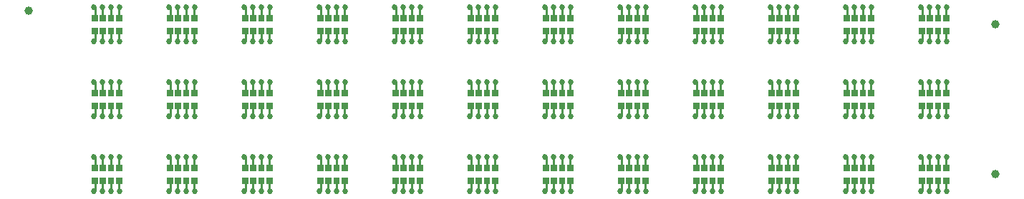
<source format=gbr>
G04 start of page 2 for group 0 idx 0 *
G04 Title: (unknown), top *
G04 Creator: pcb 4.0.2 *
G04 CreationDate: Thu Oct 28 15:19:50 2021 UTC *
G04 For: ndholmes *
G04 Format: Gerber/RS-274X *
G04 PCB-Dimensions (mil): 4900.00 1150.00 *
G04 PCB-Coordinate-Origin: lower left *
%MOIN*%
%FSLAX25Y25*%
%LNTOP*%
%ADD15C,0.0130*%
%ADD14C,0.0270*%
%ADD13C,0.0001*%
%ADD12C,0.0394*%
%ADD11C,0.0100*%
G54D11*X222000Y89508D02*Y84500D01*
Y100500D02*Y95492D01*
X225500Y89508D02*Y84500D01*
X229500Y89508D02*Y84500D01*
X233000Y89508D02*Y84500D01*
Y100500D02*Y95492D01*
X229500Y100500D02*Y95492D01*
X225500Y100500D02*Y95492D01*
X257000Y89508D02*Y84500D01*
Y100500D02*Y95492D01*
X260500Y89508D02*Y84500D01*
Y100500D02*Y95492D01*
X264500Y89508D02*Y84500D01*
Y100500D02*Y95492D01*
X268000Y89508D02*Y84500D01*
Y100500D02*Y95492D01*
X292000Y89508D02*Y84500D01*
X295500Y89508D02*Y84500D01*
X299500Y89508D02*Y84500D01*
X303000Y89508D02*Y84500D01*
Y100500D02*Y95492D01*
X299500Y100500D02*Y95492D01*
X295500Y100500D02*Y95492D01*
X292000Y100500D02*Y95492D01*
X327000Y89508D02*Y84500D01*
X330500Y89508D02*Y84500D01*
X334500Y89508D02*Y84500D01*
X338000Y89508D02*Y84500D01*
Y100500D02*Y95492D01*
X334500Y100500D02*Y95492D01*
X330500Y100500D02*Y95492D01*
X327000Y100500D02*Y95492D01*
X362000Y89508D02*Y84500D01*
X365500Y89508D02*Y84500D01*
X369500Y89508D02*Y84500D01*
X373000Y89508D02*Y84500D01*
Y100500D02*Y95492D01*
X369500Y100500D02*Y95492D01*
X365500Y100500D02*Y95492D01*
X362000Y100500D02*Y95492D01*
X397000Y89508D02*Y84500D01*
X400500Y89508D02*Y84500D01*
X404500Y89508D02*Y84500D01*
X408000Y89508D02*Y84500D01*
Y100500D02*Y95492D01*
X404500Y100500D02*Y95492D01*
X400500Y100500D02*Y95492D01*
X397000Y100500D02*Y95492D01*
X432000Y89508D02*Y84500D01*
X435500Y89508D02*Y84500D01*
X439500Y89508D02*Y84500D01*
X443000Y89508D02*Y84500D01*
Y100500D02*Y95492D01*
X439500Y100500D02*Y95492D01*
X435500Y100500D02*Y95492D01*
X432000Y100500D02*Y95492D01*
X82000Y89508D02*Y84500D01*
Y100500D02*Y95492D01*
X85500Y89508D02*Y84500D01*
Y100500D02*Y95492D01*
X89500Y89508D02*Y84500D01*
X93000Y89508D02*Y84500D01*
Y100500D02*Y95492D01*
X89500Y100500D02*Y95492D01*
X58000Y89508D02*Y84500D01*
Y100500D02*Y95492D01*
X54500Y100500D02*Y95492D01*
X50500Y100500D02*Y95492D01*
X47000Y89508D02*Y84500D01*
X50500Y89508D02*Y84500D01*
X54500Y89508D02*Y84500D01*
X47000Y100500D02*Y95492D01*
X82000Y54508D02*Y49500D01*
Y65500D02*Y60492D01*
X85500Y54508D02*Y49500D01*
Y65500D02*Y60492D01*
X89500Y54508D02*Y49500D01*
X93000Y54508D02*Y49500D01*
Y65500D02*Y60492D01*
X89500Y65500D02*Y60492D01*
X47000Y54508D02*Y49500D01*
Y65500D02*Y60492D01*
Y19508D02*Y14500D01*
Y30500D02*Y25492D01*
X50500Y54508D02*Y49500D01*
Y65500D02*Y60492D01*
X54500Y54508D02*Y49500D01*
X58000Y54508D02*Y49500D01*
Y65500D02*Y60492D01*
X54500Y65500D02*Y60492D01*
X50500Y19508D02*Y14500D01*
X54500Y19508D02*Y14500D01*
X58000Y19508D02*Y14500D01*
Y30500D02*Y25492D01*
X54500Y30500D02*Y25492D01*
X50500Y30500D02*Y25492D01*
X117000Y89508D02*Y84500D01*
X120500Y89508D02*Y84500D01*
X124500Y89508D02*Y84500D01*
X128000Y89508D02*Y84500D01*
X152000Y89508D02*Y84500D01*
X155500Y89508D02*Y84500D01*
X159500Y89508D02*Y84500D01*
X163000Y89508D02*Y84500D01*
X128000Y100500D02*Y95492D01*
X124500Y100500D02*Y95492D01*
X120500Y100500D02*Y95492D01*
X117000Y100500D02*Y95492D01*
X152000Y100500D02*Y95492D01*
X163000Y100500D02*Y95492D01*
X159500Y100500D02*Y95492D01*
X155500Y100500D02*Y95492D01*
X187000Y89508D02*Y84500D01*
X190500Y89508D02*Y84500D01*
X194500Y89508D02*Y84500D01*
X198000Y89508D02*Y84500D01*
Y100500D02*Y95492D01*
X194500Y100500D02*Y95492D01*
X190500Y100500D02*Y95492D01*
X187000Y100500D02*Y95492D01*
X117000Y54508D02*Y49500D01*
X120500Y54508D02*Y49500D01*
X124500Y54508D02*Y49500D01*
X128000Y54508D02*Y49500D01*
X152000Y54508D02*Y49500D01*
X155500Y54508D02*Y49500D01*
X159500Y54508D02*Y49500D01*
X163000Y54508D02*Y49500D01*
X128000Y65500D02*Y60492D01*
X124500Y65500D02*Y60492D01*
X120500Y65500D02*Y60492D01*
X117000Y65500D02*Y60492D01*
X152000Y65500D02*Y60492D01*
X163000Y65500D02*Y60492D01*
X159500Y65500D02*Y60492D01*
X155500Y65500D02*Y60492D01*
X187000Y54508D02*Y49500D01*
X190500Y54508D02*Y49500D01*
X194500Y54508D02*Y49500D01*
X198000Y54508D02*Y49500D01*
Y65500D02*Y60492D01*
X194500Y65500D02*Y60492D01*
X190500Y65500D02*Y60492D01*
X187000Y65500D02*Y60492D01*
X222000Y54508D02*Y49500D01*
Y65500D02*Y60492D01*
X225500Y54508D02*Y49500D01*
X229500Y54508D02*Y49500D01*
X233000Y54508D02*Y49500D01*
Y65500D02*Y60492D01*
X229500Y65500D02*Y60492D01*
X225500Y65500D02*Y60492D01*
X257000Y54508D02*Y49500D01*
Y65500D02*Y60492D01*
X260500Y54508D02*Y49500D01*
Y65500D02*Y60492D01*
X264500Y54508D02*Y49500D01*
Y65500D02*Y60492D01*
X268000Y54508D02*Y49500D01*
Y65500D02*Y60492D01*
X292000Y54508D02*Y49500D01*
X295500Y54508D02*Y49500D01*
X299500Y54508D02*Y49500D01*
X303000Y54508D02*Y49500D01*
Y65500D02*Y60492D01*
X299500Y65500D02*Y60492D01*
X295500Y65500D02*Y60492D01*
X292000Y65500D02*Y60492D01*
X327000Y54508D02*Y49500D01*
X330500Y54508D02*Y49500D01*
X334500Y54508D02*Y49500D01*
X338000Y54508D02*Y49500D01*
Y65500D02*Y60492D01*
X334500Y65500D02*Y60492D01*
X330500Y65500D02*Y60492D01*
X327000Y65500D02*Y60492D01*
X362000Y54508D02*Y49500D01*
X365500Y54508D02*Y49500D01*
X369500Y54508D02*Y49500D01*
X373000Y54508D02*Y49500D01*
Y65500D02*Y60492D01*
X369500Y65500D02*Y60492D01*
X365500Y65500D02*Y60492D01*
X362000Y65500D02*Y60492D01*
X397000Y54508D02*Y49500D01*
X400500Y54508D02*Y49500D01*
X404500Y54508D02*Y49500D01*
X408000Y54508D02*Y49500D01*
Y65500D02*Y60492D01*
X404500Y65500D02*Y60492D01*
X400500Y65500D02*Y60492D01*
X397000Y65500D02*Y60492D01*
X432000Y54508D02*Y49500D01*
X435500Y54508D02*Y49500D01*
X439500Y54508D02*Y49500D01*
X443000Y54508D02*Y49500D01*
Y65500D02*Y60492D01*
X439500Y65500D02*Y60492D01*
X435500Y65500D02*Y60492D01*
X432000Y65500D02*Y60492D01*
X82000Y19508D02*Y14500D01*
Y30500D02*Y25492D01*
X85500Y19508D02*Y14500D01*
Y30500D02*Y25492D01*
X89500Y19508D02*Y14500D01*
X93000Y19508D02*Y14500D01*
Y30500D02*Y25492D01*
X89500Y30500D02*Y25492D01*
X117000Y19508D02*Y14500D01*
X120500Y19508D02*Y14500D01*
X124500Y19508D02*Y14500D01*
X128000Y19508D02*Y14500D01*
X152000Y19508D02*Y14500D01*
X155500Y19508D02*Y14500D01*
X159500Y19508D02*Y14500D01*
X163000Y19508D02*Y14500D01*
X128000Y30500D02*Y25492D01*
X124500Y30500D02*Y25492D01*
X120500Y30500D02*Y25492D01*
X117000Y30500D02*Y25492D01*
X152000Y30500D02*Y25492D01*
X163000Y30500D02*Y25492D01*
X159500Y30500D02*Y25492D01*
X155500Y30500D02*Y25492D01*
X187000Y19508D02*Y14500D01*
X190500Y19508D02*Y14500D01*
X194500Y19508D02*Y14500D01*
X198000Y19508D02*Y14500D01*
Y30500D02*Y25492D01*
X194500Y30500D02*Y25492D01*
X190500Y30500D02*Y25492D01*
X187000Y30500D02*Y25492D01*
X222000Y19508D02*Y14500D01*
Y30500D02*Y25492D01*
X225500Y19508D02*Y14500D01*
X229500Y19508D02*Y14500D01*
X233000Y19508D02*Y14500D01*
Y30500D02*Y25492D01*
X229500Y30500D02*Y25492D01*
X225500Y30500D02*Y25492D01*
X257000Y19508D02*Y14500D01*
Y30500D02*Y25492D01*
X260500Y19508D02*Y14500D01*
Y30500D02*Y25492D01*
X264500Y19508D02*Y14500D01*
Y30500D02*Y25492D01*
X268000Y19508D02*Y14500D01*
Y30500D02*Y25492D01*
X292000Y19508D02*Y14500D01*
X295500Y19508D02*Y14500D01*
X299500Y19508D02*Y14500D01*
X303000Y19508D02*Y14500D01*
Y30500D02*Y25492D01*
X299500Y30500D02*Y25492D01*
X295500Y30500D02*Y25492D01*
X292000Y30500D02*Y25492D01*
X327000Y19508D02*Y14500D01*
X330500Y19508D02*Y14500D01*
X334500Y19508D02*Y14500D01*
X338000Y19508D02*Y14500D01*
Y30500D02*Y25492D01*
X334500Y30500D02*Y25492D01*
X330500Y30500D02*Y25492D01*
X327000Y30500D02*Y25492D01*
X362000Y19508D02*Y14500D01*
X365500Y19508D02*Y14500D01*
X369500Y19508D02*Y14500D01*
X373000Y19508D02*Y14500D01*
Y30500D02*Y25492D01*
X369500Y30500D02*Y25492D01*
X365500Y30500D02*Y25492D01*
X362000Y30500D02*Y25492D01*
X397000Y19508D02*Y14500D01*
X400500Y19508D02*Y14500D01*
X404500Y19508D02*Y14500D01*
X408000Y19508D02*Y14500D01*
Y30500D02*Y25492D01*
X404500Y30500D02*Y25492D01*
X400500Y30500D02*Y25492D01*
X397000Y30500D02*Y25492D01*
X432000Y19508D02*Y14500D01*
X435500Y19508D02*Y14500D01*
X439500Y19508D02*Y14500D01*
X443000Y19508D02*Y14500D01*
Y30500D02*Y25492D01*
X439500Y30500D02*Y25492D01*
X435500Y30500D02*Y25492D01*
X432000Y30500D02*Y25492D01*
G54D12*X16000Y99000D03*
X466000Y22500D03*
Y92500D03*
G54D13*G36*
X185354Y90926D02*Y88090D01*
X188190D01*
Y90926D01*
X185354D01*
G37*
G36*
Y96910D02*Y94074D01*
X188190D01*
Y96910D01*
X185354D01*
G37*
G36*
X189174Y90926D02*Y88090D01*
X192008D01*
Y90926D01*
X189174D01*
G37*
G36*
X192992D02*Y88090D01*
X195826D01*
Y90926D01*
X192992D01*
G37*
G36*
Y96910D02*Y94074D01*
X195826D01*
Y96910D01*
X192992D01*
G37*
G36*
X189174D02*Y94074D01*
X192008D01*
Y96910D01*
X189174D01*
G37*
G36*
X196810Y90926D02*Y88090D01*
X199646D01*
Y90926D01*
X196810D01*
G37*
G36*
Y96910D02*Y94074D01*
X199646D01*
Y96910D01*
X196810D01*
G37*
G36*
X220354Y90926D02*Y88090D01*
X223190D01*
Y90926D01*
X220354D01*
G37*
G36*
X224174D02*Y88090D01*
X227008D01*
Y90926D01*
X224174D01*
G37*
G36*
X220354Y96910D02*Y94074D01*
X223190D01*
Y96910D01*
X220354D01*
G37*
G36*
X227992Y90926D02*Y88090D01*
X230826D01*
Y90926D01*
X227992D01*
G37*
G36*
X231810D02*Y88090D01*
X234646D01*
Y90926D01*
X231810D01*
G37*
G36*
X224174Y96910D02*Y94074D01*
X227008D01*
Y96910D01*
X224174D01*
G37*
G36*
X231810D02*Y94074D01*
X234646D01*
Y96910D01*
X231810D01*
G37*
G36*
X227992D02*Y94074D01*
X230826D01*
Y96910D01*
X227992D01*
G37*
G36*
X255354Y90926D02*Y88090D01*
X258190D01*
Y90926D01*
X255354D01*
G37*
G36*
Y96910D02*Y94074D01*
X258190D01*
Y96910D01*
X255354D01*
G37*
G36*
X259174Y90926D02*Y88090D01*
X262008D01*
Y90926D01*
X259174D01*
G37*
G36*
X262992D02*Y88090D01*
X265826D01*
Y90926D01*
X262992D01*
G37*
G36*
Y96910D02*Y94074D01*
X265826D01*
Y96910D01*
X262992D01*
G37*
G36*
X259174D02*Y94074D01*
X262008D01*
Y96910D01*
X259174D01*
G37*
G36*
X266810Y90926D02*Y88090D01*
X269646D01*
Y90926D01*
X266810D01*
G37*
G36*
Y96910D02*Y94074D01*
X269646D01*
Y96910D01*
X266810D01*
G37*
G36*
X290354Y90926D02*Y88090D01*
X293190D01*
Y90926D01*
X290354D01*
G37*
G36*
X294174D02*Y88090D01*
X297008D01*
Y90926D01*
X294174D01*
G37*
G36*
X290354Y96910D02*Y94074D01*
X293190D01*
Y96910D01*
X290354D01*
G37*
G36*
X297992Y90926D02*Y88090D01*
X300826D01*
Y90926D01*
X297992D01*
G37*
G36*
X301810D02*Y88090D01*
X304646D01*
Y90926D01*
X301810D01*
G37*
G36*
X294174Y96910D02*Y94074D01*
X297008D01*
Y96910D01*
X294174D01*
G37*
G36*
X301810D02*Y94074D01*
X304646D01*
Y96910D01*
X301810D01*
G37*
G36*
X297992D02*Y94074D01*
X300826D01*
Y96910D01*
X297992D01*
G37*
G36*
X325354Y90926D02*Y88090D01*
X328190D01*
Y90926D01*
X325354D01*
G37*
G36*
Y96910D02*Y94074D01*
X328190D01*
Y96910D01*
X325354D01*
G37*
G36*
X329174Y90926D02*Y88090D01*
X332008D01*
Y90926D01*
X329174D01*
G37*
G36*
X332992D02*Y88090D01*
X335826D01*
Y90926D01*
X332992D01*
G37*
G36*
Y96910D02*Y94074D01*
X335826D01*
Y96910D01*
X332992D01*
G37*
G36*
X329174D02*Y94074D01*
X332008D01*
Y96910D01*
X329174D01*
G37*
G36*
X336810Y90926D02*Y88090D01*
X339646D01*
Y90926D01*
X336810D01*
G37*
G36*
Y96910D02*Y94074D01*
X339646D01*
Y96910D01*
X336810D01*
G37*
G36*
X360354Y90926D02*Y88090D01*
X363190D01*
Y90926D01*
X360354D01*
G37*
G36*
X364174D02*Y88090D01*
X367008D01*
Y90926D01*
X364174D01*
G37*
G36*
X360354Y96910D02*Y94074D01*
X363190D01*
Y96910D01*
X360354D01*
G37*
G36*
X367992Y90926D02*Y88090D01*
X370826D01*
Y90926D01*
X367992D01*
G37*
G36*
X371810D02*Y88090D01*
X374646D01*
Y90926D01*
X371810D01*
G37*
G36*
X364174Y96910D02*Y94074D01*
X367008D01*
Y96910D01*
X364174D01*
G37*
G36*
X371810D02*Y94074D01*
X374646D01*
Y96910D01*
X371810D01*
G37*
G36*
X367992D02*Y94074D01*
X370826D01*
Y96910D01*
X367992D01*
G37*
G36*
X395354Y90926D02*Y88090D01*
X398190D01*
Y90926D01*
X395354D01*
G37*
G36*
Y96910D02*Y94074D01*
X398190D01*
Y96910D01*
X395354D01*
G37*
G36*
X399174Y90926D02*Y88090D01*
X402008D01*
Y90926D01*
X399174D01*
G37*
G36*
X402992D02*Y88090D01*
X405826D01*
Y90926D01*
X402992D01*
G37*
G36*
Y96910D02*Y94074D01*
X405826D01*
Y96910D01*
X402992D01*
G37*
G36*
X399174D02*Y94074D01*
X402008D01*
Y96910D01*
X399174D01*
G37*
G36*
X406810Y90926D02*Y88090D01*
X409646D01*
Y90926D01*
X406810D01*
G37*
G36*
Y96910D02*Y94074D01*
X409646D01*
Y96910D01*
X406810D01*
G37*
G36*
X430354Y90926D02*Y88090D01*
X433190D01*
Y90926D01*
X430354D01*
G37*
G36*
X434173D02*Y88090D01*
X437008D01*
Y90926D01*
X434173D01*
G37*
G36*
X430354Y96910D02*Y94074D01*
X433190D01*
Y96910D01*
X430354D01*
G37*
G36*
X437992Y90926D02*Y88090D01*
X440827D01*
Y90926D01*
X437992D01*
G37*
G36*
X441810D02*Y88090D01*
X444646D01*
Y90926D01*
X441810D01*
G37*
G36*
X434173Y96910D02*Y94074D01*
X437008D01*
Y96910D01*
X434173D01*
G37*
G36*
X441810D02*Y94074D01*
X444646D01*
Y96910D01*
X441810D01*
G37*
G36*
X437992D02*Y94074D01*
X440827D01*
Y96910D01*
X437992D01*
G37*
G36*
X115354Y90926D02*Y88090D01*
X118190D01*
Y90926D01*
X115354D01*
G37*
G36*
Y96910D02*Y94074D01*
X118190D01*
Y96910D01*
X115354D01*
G37*
G36*
X119173Y90926D02*Y88090D01*
X122008D01*
Y90926D01*
X119173D01*
G37*
G36*
X122992D02*Y88090D01*
X125827D01*
Y90926D01*
X122992D01*
G37*
G36*
Y96910D02*Y94074D01*
X125827D01*
Y96910D01*
X122992D01*
G37*
G36*
X119173D02*Y94074D01*
X122008D01*
Y96910D01*
X119173D01*
G37*
G36*
X126810Y90926D02*Y88090D01*
X129646D01*
Y90926D01*
X126810D01*
G37*
G36*
Y96910D02*Y94074D01*
X129646D01*
Y96910D01*
X126810D01*
G37*
G36*
X150354Y90926D02*Y88090D01*
X153190D01*
Y90926D01*
X150354D01*
G37*
G36*
X154174D02*Y88090D01*
X157008D01*
Y90926D01*
X154174D01*
G37*
G36*
X150354Y96910D02*Y94074D01*
X153190D01*
Y96910D01*
X150354D01*
G37*
G36*
X157992Y90926D02*Y88090D01*
X160826D01*
Y90926D01*
X157992D01*
G37*
G36*
X161810D02*Y88090D01*
X164646D01*
Y90926D01*
X161810D01*
G37*
G36*
X154174Y96910D02*Y94074D01*
X157008D01*
Y96910D01*
X154174D01*
G37*
G36*
X161810D02*Y94074D01*
X164646D01*
Y96910D01*
X161810D01*
G37*
G36*
X157992D02*Y94074D01*
X160826D01*
Y96910D01*
X157992D01*
G37*
G36*
X45354D02*Y94074D01*
X48190D01*
Y96910D01*
X45354D01*
G37*
G36*
X56810D02*Y94074D01*
X59646D01*
Y96910D01*
X56810D01*
G37*
G36*
X52992D02*Y94074D01*
X55826D01*
Y96910D01*
X52992D01*
G37*
G36*
Y90926D02*Y88090D01*
X55826D01*
Y90926D01*
X52992D01*
G37*
G36*
X56810D02*Y88090D01*
X59646D01*
Y90926D01*
X56810D01*
G37*
G36*
X49174Y96910D02*Y94074D01*
X52008D01*
Y96910D01*
X49174D01*
G37*
G36*
X45354Y90926D02*Y88090D01*
X48190D01*
Y90926D01*
X45354D01*
G37*
G36*
X49174D02*Y88090D01*
X52008D01*
Y90926D01*
X49174D01*
G37*
G36*
X45354Y55926D02*Y53090D01*
X48190D01*
Y55926D01*
X45354D01*
G37*
G36*
X49174D02*Y53090D01*
X52008D01*
Y55926D01*
X49174D01*
G37*
G36*
X45354Y61910D02*Y59074D01*
X48190D01*
Y61910D01*
X45354D01*
G37*
G36*
X52992Y55926D02*Y53090D01*
X55826D01*
Y55926D01*
X52992D01*
G37*
G36*
X56810D02*Y53090D01*
X59646D01*
Y55926D01*
X56810D01*
G37*
G36*
X49174Y61910D02*Y59074D01*
X52008D01*
Y61910D01*
X49174D01*
G37*
G36*
X56810D02*Y59074D01*
X59646D01*
Y61910D01*
X56810D01*
G37*
G36*
X52992D02*Y59074D01*
X55826D01*
Y61910D01*
X52992D01*
G37*
G36*
X45354Y20926D02*Y18090D01*
X48190D01*
Y20926D01*
X45354D01*
G37*
G36*
Y26910D02*Y24074D01*
X48190D01*
Y26910D01*
X45354D01*
G37*
G36*
X49174Y20926D02*Y18090D01*
X52008D01*
Y20926D01*
X49174D01*
G37*
G36*
Y26910D02*Y24074D01*
X52008D01*
Y26910D01*
X49174D01*
G37*
G36*
X52992Y20926D02*Y18090D01*
X55826D01*
Y20926D01*
X52992D01*
G37*
G36*
X56810D02*Y18090D01*
X59646D01*
Y20926D01*
X56810D01*
G37*
G36*
Y26910D02*Y24074D01*
X59646D01*
Y26910D01*
X56810D01*
G37*
G36*
X52992D02*Y24074D01*
X55826D01*
Y26910D01*
X52992D01*
G37*
G36*
X80354Y90926D02*Y88090D01*
X83190D01*
Y90926D01*
X80354D01*
G37*
G36*
X84174D02*Y88090D01*
X87008D01*
Y90926D01*
X84174D01*
G37*
G36*
X80354Y96910D02*Y94074D01*
X83190D01*
Y96910D01*
X80354D01*
G37*
G36*
X87992Y90926D02*Y88090D01*
X90826D01*
Y90926D01*
X87992D01*
G37*
G36*
X91810D02*Y88090D01*
X94646D01*
Y90926D01*
X91810D01*
G37*
G36*
X84174Y96910D02*Y94074D01*
X87008D01*
Y96910D01*
X84174D01*
G37*
G36*
X91810D02*Y94074D01*
X94646D01*
Y96910D01*
X91810D01*
G37*
G36*
X87992D02*Y94074D01*
X90826D01*
Y96910D01*
X87992D01*
G37*
G36*
X80354Y55926D02*Y53090D01*
X83190D01*
Y55926D01*
X80354D01*
G37*
G36*
Y61910D02*Y59074D01*
X83190D01*
Y61910D01*
X80354D01*
G37*
G36*
X84174Y55926D02*Y53090D01*
X87008D01*
Y55926D01*
X84174D01*
G37*
G36*
X87992D02*Y53090D01*
X90826D01*
Y55926D01*
X87992D01*
G37*
G36*
Y61910D02*Y59074D01*
X90826D01*
Y61910D01*
X87992D01*
G37*
G36*
X84174D02*Y59074D01*
X87008D01*
Y61910D01*
X84174D01*
G37*
G36*
X91810Y55926D02*Y53090D01*
X94646D01*
Y55926D01*
X91810D01*
G37*
G36*
Y61910D02*Y59074D01*
X94646D01*
Y61910D01*
X91810D01*
G37*
G36*
X80354Y20926D02*Y18090D01*
X83190D01*
Y20926D01*
X80354D01*
G37*
G36*
X84174D02*Y18090D01*
X87008D01*
Y20926D01*
X84174D01*
G37*
G36*
X80354Y26910D02*Y24074D01*
X83190D01*
Y26910D01*
X80354D01*
G37*
G36*
X87992Y20926D02*Y18090D01*
X90826D01*
Y20926D01*
X87992D01*
G37*
G36*
X91810D02*Y18090D01*
X94646D01*
Y20926D01*
X91810D01*
G37*
G36*
X84174Y26910D02*Y24074D01*
X87008D01*
Y26910D01*
X84174D01*
G37*
G36*
X91810D02*Y24074D01*
X94646D01*
Y26910D01*
X91810D01*
G37*
G36*
X87992D02*Y24074D01*
X90826D01*
Y26910D01*
X87992D01*
G37*
G36*
X115354Y55926D02*Y53090D01*
X118190D01*
Y55926D01*
X115354D01*
G37*
G36*
X119173D02*Y53090D01*
X122008D01*
Y55926D01*
X119173D01*
G37*
G36*
X115354Y61910D02*Y59074D01*
X118190D01*
Y61910D01*
X115354D01*
G37*
G36*
X122992Y55926D02*Y53090D01*
X125827D01*
Y55926D01*
X122992D01*
G37*
G36*
X126810D02*Y53090D01*
X129646D01*
Y55926D01*
X126810D01*
G37*
G36*
X119173Y61910D02*Y59074D01*
X122008D01*
Y61910D01*
X119173D01*
G37*
G36*
X126810D02*Y59074D01*
X129646D01*
Y61910D01*
X126810D01*
G37*
G36*
X122992D02*Y59074D01*
X125827D01*
Y61910D01*
X122992D01*
G37*
G36*
X115354Y20926D02*Y18090D01*
X118190D01*
Y20926D01*
X115354D01*
G37*
G36*
Y26910D02*Y24074D01*
X118190D01*
Y26910D01*
X115354D01*
G37*
G36*
X119173Y20926D02*Y18090D01*
X122008D01*
Y20926D01*
X119173D01*
G37*
G36*
Y26910D02*Y24074D01*
X122008D01*
Y26910D01*
X119173D01*
G37*
G36*
X122992Y20926D02*Y18090D01*
X125827D01*
Y20926D01*
X122992D01*
G37*
G36*
X126810D02*Y18090D01*
X129646D01*
Y20926D01*
X126810D01*
G37*
G36*
Y26910D02*Y24074D01*
X129646D01*
Y26910D01*
X126810D01*
G37*
G36*
X122992D02*Y24074D01*
X125827D01*
Y26910D01*
X122992D01*
G37*
G36*
X150354Y55926D02*Y53090D01*
X153190D01*
Y55926D01*
X150354D01*
G37*
G36*
Y61910D02*Y59074D01*
X153190D01*
Y61910D01*
X150354D01*
G37*
G36*
X154174Y55926D02*Y53090D01*
X157008D01*
Y55926D01*
X154174D01*
G37*
G36*
X157992D02*Y53090D01*
X160826D01*
Y55926D01*
X157992D01*
G37*
G36*
Y61910D02*Y59074D01*
X160826D01*
Y61910D01*
X157992D01*
G37*
G36*
X154174D02*Y59074D01*
X157008D01*
Y61910D01*
X154174D01*
G37*
G36*
X161810Y55926D02*Y53090D01*
X164646D01*
Y55926D01*
X161810D01*
G37*
G36*
Y61910D02*Y59074D01*
X164646D01*
Y61910D01*
X161810D01*
G37*
G36*
X150354Y20926D02*Y18090D01*
X153190D01*
Y20926D01*
X150354D01*
G37*
G36*
X154174D02*Y18090D01*
X157008D01*
Y20926D01*
X154174D01*
G37*
G36*
X150354Y26910D02*Y24074D01*
X153190D01*
Y26910D01*
X150354D01*
G37*
G36*
X157992Y20926D02*Y18090D01*
X160826D01*
Y20926D01*
X157992D01*
G37*
G36*
X161810D02*Y18090D01*
X164646D01*
Y20926D01*
X161810D01*
G37*
G36*
X154174Y26910D02*Y24074D01*
X157008D01*
Y26910D01*
X154174D01*
G37*
G36*
X161810D02*Y24074D01*
X164646D01*
Y26910D01*
X161810D01*
G37*
G36*
X157992D02*Y24074D01*
X160826D01*
Y26910D01*
X157992D01*
G37*
G36*
X185354Y20926D02*Y18090D01*
X188190D01*
Y20926D01*
X185354D01*
G37*
G36*
Y26910D02*Y24074D01*
X188190D01*
Y26910D01*
X185354D01*
G37*
G36*
X189174Y20926D02*Y18090D01*
X192008D01*
Y20926D01*
X189174D01*
G37*
G36*
X192992D02*Y18090D01*
X195826D01*
Y20926D01*
X192992D01*
G37*
G36*
Y26910D02*Y24074D01*
X195826D01*
Y26910D01*
X192992D01*
G37*
G36*
X189174D02*Y24074D01*
X192008D01*
Y26910D01*
X189174D01*
G37*
G36*
X196810Y20926D02*Y18090D01*
X199646D01*
Y20926D01*
X196810D01*
G37*
G36*
Y26910D02*Y24074D01*
X199646D01*
Y26910D01*
X196810D01*
G37*
G36*
X185354Y55926D02*Y53090D01*
X188190D01*
Y55926D01*
X185354D01*
G37*
G36*
X189174D02*Y53090D01*
X192008D01*
Y55926D01*
X189174D01*
G37*
G36*
X185354Y61910D02*Y59074D01*
X188190D01*
Y61910D01*
X185354D01*
G37*
G36*
X192992Y55926D02*Y53090D01*
X195826D01*
Y55926D01*
X192992D01*
G37*
G36*
X196810D02*Y53090D01*
X199646D01*
Y55926D01*
X196810D01*
G37*
G36*
X189174Y61910D02*Y59074D01*
X192008D01*
Y61910D01*
X189174D01*
G37*
G36*
X196810D02*Y59074D01*
X199646D01*
Y61910D01*
X196810D01*
G37*
G36*
X192992D02*Y59074D01*
X195826D01*
Y61910D01*
X192992D01*
G37*
G36*
X220354Y55926D02*Y53090D01*
X223190D01*
Y55926D01*
X220354D01*
G37*
G36*
Y61910D02*Y59074D01*
X223190D01*
Y61910D01*
X220354D01*
G37*
G36*
X224174Y55926D02*Y53090D01*
X227008D01*
Y55926D01*
X224174D01*
G37*
G36*
X227992D02*Y53090D01*
X230826D01*
Y55926D01*
X227992D01*
G37*
G36*
Y61910D02*Y59074D01*
X230826D01*
Y61910D01*
X227992D01*
G37*
G36*
X224174D02*Y59074D01*
X227008D01*
Y61910D01*
X224174D01*
G37*
G36*
X231810Y55926D02*Y53090D01*
X234646D01*
Y55926D01*
X231810D01*
G37*
G36*
Y61910D02*Y59074D01*
X234646D01*
Y61910D01*
X231810D01*
G37*
G36*
X255354Y55926D02*Y53090D01*
X258190D01*
Y55926D01*
X255354D01*
G37*
G36*
X259174D02*Y53090D01*
X262008D01*
Y55926D01*
X259174D01*
G37*
G36*
X255354Y61910D02*Y59074D01*
X258190D01*
Y61910D01*
X255354D01*
G37*
G36*
X262992Y55926D02*Y53090D01*
X265826D01*
Y55926D01*
X262992D01*
G37*
G36*
X266810D02*Y53090D01*
X269646D01*
Y55926D01*
X266810D01*
G37*
G36*
X259174Y61910D02*Y59074D01*
X262008D01*
Y61910D01*
X259174D01*
G37*
G36*
X266810D02*Y59074D01*
X269646D01*
Y61910D01*
X266810D01*
G37*
G36*
X262992D02*Y59074D01*
X265826D01*
Y61910D01*
X262992D01*
G37*
G36*
X290354Y55926D02*Y53090D01*
X293190D01*
Y55926D01*
X290354D01*
G37*
G36*
Y61910D02*Y59074D01*
X293190D01*
Y61910D01*
X290354D01*
G37*
G36*
X294174Y55926D02*Y53090D01*
X297008D01*
Y55926D01*
X294174D01*
G37*
G36*
X297992D02*Y53090D01*
X300826D01*
Y55926D01*
X297992D01*
G37*
G36*
Y61910D02*Y59074D01*
X300826D01*
Y61910D01*
X297992D01*
G37*
G36*
X294174D02*Y59074D01*
X297008D01*
Y61910D01*
X294174D01*
G37*
G36*
X301810Y55926D02*Y53090D01*
X304646D01*
Y55926D01*
X301810D01*
G37*
G36*
Y61910D02*Y59074D01*
X304646D01*
Y61910D01*
X301810D01*
G37*
G36*
X325354Y55926D02*Y53090D01*
X328190D01*
Y55926D01*
X325354D01*
G37*
G36*
X329174D02*Y53090D01*
X332008D01*
Y55926D01*
X329174D01*
G37*
G36*
X325354Y61910D02*Y59074D01*
X328190D01*
Y61910D01*
X325354D01*
G37*
G36*
X332992Y55926D02*Y53090D01*
X335826D01*
Y55926D01*
X332992D01*
G37*
G36*
X336810D02*Y53090D01*
X339646D01*
Y55926D01*
X336810D01*
G37*
G36*
X329174Y61910D02*Y59074D01*
X332008D01*
Y61910D01*
X329174D01*
G37*
G36*
X336810D02*Y59074D01*
X339646D01*
Y61910D01*
X336810D01*
G37*
G36*
X332992D02*Y59074D01*
X335826D01*
Y61910D01*
X332992D01*
G37*
G36*
X360354Y55926D02*Y53090D01*
X363190D01*
Y55926D01*
X360354D01*
G37*
G36*
Y61910D02*Y59074D01*
X363190D01*
Y61910D01*
X360354D01*
G37*
G36*
X364174Y55926D02*Y53090D01*
X367008D01*
Y55926D01*
X364174D01*
G37*
G36*
X367992D02*Y53090D01*
X370826D01*
Y55926D01*
X367992D01*
G37*
G36*
Y61910D02*Y59074D01*
X370826D01*
Y61910D01*
X367992D01*
G37*
G36*
X364174D02*Y59074D01*
X367008D01*
Y61910D01*
X364174D01*
G37*
G36*
X371810Y55926D02*Y53090D01*
X374646D01*
Y55926D01*
X371810D01*
G37*
G36*
Y61910D02*Y59074D01*
X374646D01*
Y61910D01*
X371810D01*
G37*
G36*
X395354Y55926D02*Y53090D01*
X398190D01*
Y55926D01*
X395354D01*
G37*
G36*
X399174D02*Y53090D01*
X402008D01*
Y55926D01*
X399174D01*
G37*
G36*
X395354Y61910D02*Y59074D01*
X398190D01*
Y61910D01*
X395354D01*
G37*
G36*
X402992Y55926D02*Y53090D01*
X405826D01*
Y55926D01*
X402992D01*
G37*
G36*
X406810D02*Y53090D01*
X409646D01*
Y55926D01*
X406810D01*
G37*
G36*
X399174Y61910D02*Y59074D01*
X402008D01*
Y61910D01*
X399174D01*
G37*
G36*
X406810D02*Y59074D01*
X409646D01*
Y61910D01*
X406810D01*
G37*
G36*
X402992D02*Y59074D01*
X405826D01*
Y61910D01*
X402992D01*
G37*
G36*
X430354Y55926D02*Y53090D01*
X433190D01*
Y55926D01*
X430354D01*
G37*
G36*
Y61910D02*Y59074D01*
X433190D01*
Y61910D01*
X430354D01*
G37*
G36*
X434173Y55926D02*Y53090D01*
X437008D01*
Y55926D01*
X434173D01*
G37*
G36*
X437992D02*Y53090D01*
X440827D01*
Y55926D01*
X437992D01*
G37*
G36*
Y61910D02*Y59074D01*
X440827D01*
Y61910D01*
X437992D01*
G37*
G36*
X434173D02*Y59074D01*
X437008D01*
Y61910D01*
X434173D01*
G37*
G36*
X441810Y55926D02*Y53090D01*
X444646D01*
Y55926D01*
X441810D01*
G37*
G36*
Y61910D02*Y59074D01*
X444646D01*
Y61910D01*
X441810D01*
G37*
G36*
X220354Y20926D02*Y18090D01*
X223190D01*
Y20926D01*
X220354D01*
G37*
G36*
X224174D02*Y18090D01*
X227008D01*
Y20926D01*
X224174D01*
G37*
G36*
X220354Y26910D02*Y24074D01*
X223190D01*
Y26910D01*
X220354D01*
G37*
G36*
X227992Y20926D02*Y18090D01*
X230826D01*
Y20926D01*
X227992D01*
G37*
G36*
X231810D02*Y18090D01*
X234646D01*
Y20926D01*
X231810D01*
G37*
G36*
X224174Y26910D02*Y24074D01*
X227008D01*
Y26910D01*
X224174D01*
G37*
G36*
X231810D02*Y24074D01*
X234646D01*
Y26910D01*
X231810D01*
G37*
G36*
X227992D02*Y24074D01*
X230826D01*
Y26910D01*
X227992D01*
G37*
G36*
X255354Y20926D02*Y18090D01*
X258190D01*
Y20926D01*
X255354D01*
G37*
G36*
Y26910D02*Y24074D01*
X258190D01*
Y26910D01*
X255354D01*
G37*
G36*
X259174Y20926D02*Y18090D01*
X262008D01*
Y20926D01*
X259174D01*
G37*
G36*
X262992D02*Y18090D01*
X265826D01*
Y20926D01*
X262992D01*
G37*
G36*
Y26910D02*Y24074D01*
X265826D01*
Y26910D01*
X262992D01*
G37*
G36*
X259174D02*Y24074D01*
X262008D01*
Y26910D01*
X259174D01*
G37*
G36*
X266810Y20926D02*Y18090D01*
X269646D01*
Y20926D01*
X266810D01*
G37*
G36*
Y26910D02*Y24074D01*
X269646D01*
Y26910D01*
X266810D01*
G37*
G36*
X290354Y20926D02*Y18090D01*
X293190D01*
Y20926D01*
X290354D01*
G37*
G36*
X294174D02*Y18090D01*
X297008D01*
Y20926D01*
X294174D01*
G37*
G36*
X290354Y26910D02*Y24074D01*
X293190D01*
Y26910D01*
X290354D01*
G37*
G36*
X297992Y20926D02*Y18090D01*
X300826D01*
Y20926D01*
X297992D01*
G37*
G36*
X301810D02*Y18090D01*
X304646D01*
Y20926D01*
X301810D01*
G37*
G36*
X294174Y26910D02*Y24074D01*
X297008D01*
Y26910D01*
X294174D01*
G37*
G36*
X301810D02*Y24074D01*
X304646D01*
Y26910D01*
X301810D01*
G37*
G36*
X297992D02*Y24074D01*
X300826D01*
Y26910D01*
X297992D01*
G37*
G36*
X325354Y20926D02*Y18090D01*
X328190D01*
Y20926D01*
X325354D01*
G37*
G36*
Y26910D02*Y24074D01*
X328190D01*
Y26910D01*
X325354D01*
G37*
G36*
X329174Y20926D02*Y18090D01*
X332008D01*
Y20926D01*
X329174D01*
G37*
G36*
X332992D02*Y18090D01*
X335826D01*
Y20926D01*
X332992D01*
G37*
G36*
Y26910D02*Y24074D01*
X335826D01*
Y26910D01*
X332992D01*
G37*
G36*
X329174D02*Y24074D01*
X332008D01*
Y26910D01*
X329174D01*
G37*
G36*
X336810Y20926D02*Y18090D01*
X339646D01*
Y20926D01*
X336810D01*
G37*
G36*
Y26910D02*Y24074D01*
X339646D01*
Y26910D01*
X336810D01*
G37*
G36*
X360354Y20926D02*Y18090D01*
X363190D01*
Y20926D01*
X360354D01*
G37*
G36*
X364174D02*Y18090D01*
X367008D01*
Y20926D01*
X364174D01*
G37*
G36*
X360354Y26910D02*Y24074D01*
X363190D01*
Y26910D01*
X360354D01*
G37*
G36*
X367992Y20926D02*Y18090D01*
X370826D01*
Y20926D01*
X367992D01*
G37*
G36*
X371810D02*Y18090D01*
X374646D01*
Y20926D01*
X371810D01*
G37*
G36*
X364174Y26910D02*Y24074D01*
X367008D01*
Y26910D01*
X364174D01*
G37*
G36*
X371810D02*Y24074D01*
X374646D01*
Y26910D01*
X371810D01*
G37*
G36*
X367992D02*Y24074D01*
X370826D01*
Y26910D01*
X367992D01*
G37*
G36*
X395354Y20926D02*Y18090D01*
X398190D01*
Y20926D01*
X395354D01*
G37*
G36*
Y26910D02*Y24074D01*
X398190D01*
Y26910D01*
X395354D01*
G37*
G36*
X399174Y20926D02*Y18090D01*
X402008D01*
Y20926D01*
X399174D01*
G37*
G36*
X402992D02*Y18090D01*
X405826D01*
Y20926D01*
X402992D01*
G37*
G36*
Y26910D02*Y24074D01*
X405826D01*
Y26910D01*
X402992D01*
G37*
G36*
X399174D02*Y24074D01*
X402008D01*
Y26910D01*
X399174D01*
G37*
G36*
X406810Y20926D02*Y18090D01*
X409646D01*
Y20926D01*
X406810D01*
G37*
G36*
Y26910D02*Y24074D01*
X409646D01*
Y26910D01*
X406810D01*
G37*
G36*
X430354Y20926D02*Y18090D01*
X433190D01*
Y20926D01*
X430354D01*
G37*
G36*
X434173D02*Y18090D01*
X437008D01*
Y20926D01*
X434173D01*
G37*
G36*
X430354Y26910D02*Y24074D01*
X433190D01*
Y26910D01*
X430354D01*
G37*
G36*
X437992Y20926D02*Y18090D01*
X440827D01*
Y20926D01*
X437992D01*
G37*
G36*
X441810D02*Y18090D01*
X444646D01*
Y20926D01*
X441810D01*
G37*
G36*
X434173Y26910D02*Y24074D01*
X437008D01*
Y26910D01*
X434173D01*
G37*
G36*
X441810D02*Y24074D01*
X444646D01*
Y26910D01*
X441810D01*
G37*
G36*
X437992D02*Y24074D01*
X440827D01*
Y26910D01*
X437992D01*
G37*
G54D14*X163500Y84500D03*
X186500D03*
X190500D03*
X194500D03*
X198500D03*
X186500Y100500D03*
X190500D03*
X194500D03*
X198500D03*
X221500D03*
X225500D03*
X229500D03*
X233500D03*
X256500D03*
X260500D03*
X221500Y84500D03*
X225500D03*
X229500D03*
X233500D03*
X256500D03*
X260500D03*
X264500D03*
X268500D03*
X264500Y100500D03*
X268500D03*
X291500D03*
X295500D03*
X299500D03*
X303500D03*
X326500D03*
X330500D03*
X334500D03*
X338500D03*
X291500Y84500D03*
X295500D03*
X299500D03*
X303500D03*
X326500D03*
X330500D03*
X334500D03*
X338500D03*
X361500D03*
X365500D03*
X369500D03*
X373500D03*
X361500Y100500D03*
X365500D03*
X369500D03*
X373500D03*
X396500D03*
X400500D03*
X404500D03*
X408500D03*
X431500D03*
X435500D03*
X439500D03*
X443500D03*
X396500Y84500D03*
X400500D03*
X404500D03*
X408500D03*
X431500D03*
X435500D03*
X439500D03*
X443500D03*
X58500D03*
X85500Y100500D03*
Y84500D03*
X89500D03*
X93500D03*
X89500Y100500D03*
X93500D03*
X46500Y84500D03*
X50500D03*
X54500D03*
X46500Y100500D03*
X50500D03*
X54500D03*
X58500D03*
X46500Y65500D03*
Y49500D03*
Y30500D03*
Y14500D03*
X50500Y30500D03*
Y14500D03*
X54500D03*
X58500D03*
X54500Y30500D03*
X58500D03*
X81500Y100500D03*
Y84500D03*
X50500Y65500D03*
Y49500D03*
X54500D03*
X58500D03*
X54500Y65500D03*
X58500D03*
X85500D03*
X89500D03*
X93500D03*
X81500D03*
Y49500D03*
X85500D03*
X89500D03*
X93500D03*
X81500Y30500D03*
Y14500D03*
X85500D03*
X89500D03*
X93500D03*
X85500Y30500D03*
X89500D03*
X93500D03*
X116500Y100500D03*
X120500D03*
X124500D03*
X128500D03*
X151500D03*
X155500D03*
X159500D03*
X163500D03*
X116500Y84500D03*
X120500D03*
X124500D03*
X128500D03*
X151500D03*
X155500D03*
X159500D03*
X116500Y65500D03*
X120500D03*
X124500D03*
X128500D03*
X116500Y49500D03*
X120500D03*
X124500D03*
X151500Y65500D03*
Y49500D03*
X128500D03*
X155500Y65500D03*
Y49500D03*
X159500D03*
X163500D03*
X159500Y65500D03*
X163500D03*
X186500D03*
X190500D03*
X194500D03*
X198500D03*
X221500D03*
X225500D03*
X229500D03*
X233500D03*
X186500Y49500D03*
X190500D03*
X194500D03*
X198500D03*
X221500D03*
X225500D03*
X229500D03*
X233500D03*
X256500D03*
X260500D03*
X264500D03*
X268500D03*
X256500Y65500D03*
X260500D03*
X264500D03*
X268500D03*
X291500D03*
X295500D03*
X299500D03*
X303500D03*
X326500D03*
X330500D03*
X291500Y49500D03*
X295500D03*
X299500D03*
X303500D03*
X326500D03*
X330500D03*
X334500D03*
X338500D03*
X334500Y65500D03*
X338500D03*
X361500D03*
X365500D03*
X369500D03*
X373500D03*
X396500D03*
X400500D03*
X404500D03*
X408500D03*
X361500Y49500D03*
X365500D03*
X369500D03*
X373500D03*
X396500D03*
X400500D03*
X404500D03*
X408500D03*
X431500D03*
X435500D03*
X439500D03*
X443500D03*
X431500Y65500D03*
X435500D03*
X439500D03*
X443500D03*
X116500Y30500D03*
X120500D03*
X124500D03*
X128500D03*
X116500Y14500D03*
X120500D03*
X124500D03*
X128500D03*
X151500Y30500D03*
X155500D03*
X159500D03*
X163500D03*
X186500D03*
X190500D03*
X194500D03*
X198500D03*
X151500Y14500D03*
X155500D03*
X159500D03*
X163500D03*
X186500D03*
X190500D03*
X194500D03*
X198500D03*
X221500D03*
X225500D03*
X229500D03*
X233500D03*
X221500Y30500D03*
X225500D03*
X229500D03*
X233500D03*
X256500D03*
X260500D03*
X264500D03*
X268500D03*
X291500D03*
X295500D03*
X299500D03*
X303500D03*
X256500Y14500D03*
X260500D03*
X264500D03*
X268500D03*
X291500D03*
X295500D03*
X299500D03*
X303500D03*
X326500Y30500D03*
X330500D03*
X334500D03*
X338500D03*
X326500Y14500D03*
X330500D03*
X334500D03*
X338500D03*
X361500Y30500D03*
Y14500D03*
X365500D03*
X369500D03*
X373500D03*
X365500Y30500D03*
X369500D03*
X373500D03*
X396500D03*
X400500D03*
X404500D03*
X408500D03*
X396500Y14500D03*
X400500D03*
X404500D03*
X408500D03*
X431500D03*
X435500D03*
X439500D03*
X443500D03*
X431500Y30500D03*
X435500D03*
X439500D03*
X443500D03*
G54D15*M02*

</source>
